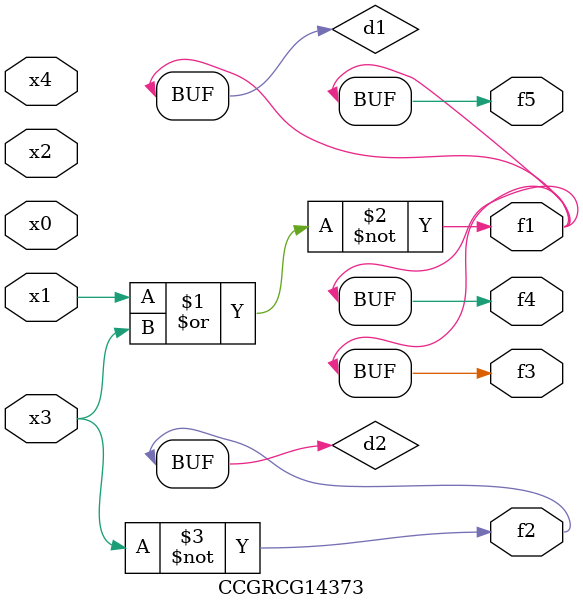
<source format=v>
module CCGRCG14373(
	input x0, x1, x2, x3, x4,
	output f1, f2, f3, f4, f5
);

	wire d1, d2;

	nor (d1, x1, x3);
	not (d2, x3);
	assign f1 = d1;
	assign f2 = d2;
	assign f3 = d1;
	assign f4 = d1;
	assign f5 = d1;
endmodule

</source>
